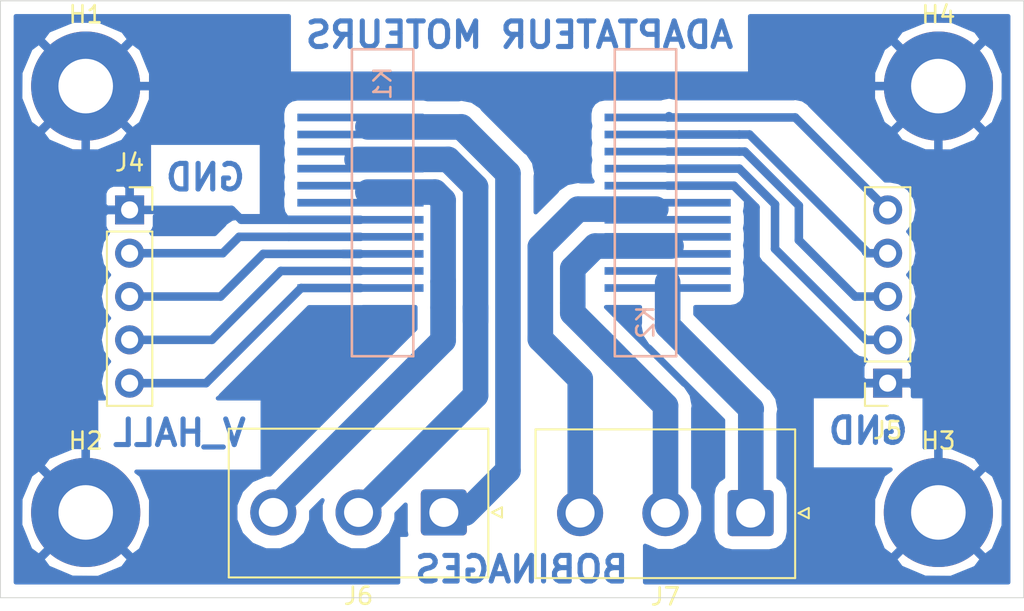
<source format=kicad_pcb>
(kicad_pcb (version 20171130) (host pcbnew 5.0.2+dfsg1-1)

  (general
    (thickness 1.6)
    (drawings 27)
    (tracks 91)
    (zones 0)
    (modules 10)
    (nets 16)
  )

  (page A4)
  (layers
    (0 F.Cu signal)
    (31 B.Cu signal)
    (32 B.Adhes user)
    (33 F.Adhes user)
    (34 B.Paste user)
    (35 F.Paste user)
    (36 B.SilkS user)
    (37 F.SilkS user)
    (38 B.Mask user)
    (39 F.Mask user)
    (40 Dwgs.User user hide)
    (41 Cmts.User user)
    (42 Eco1.User user)
    (43 Eco2.User user)
    (44 Edge.Cuts user)
    (45 Margin user)
    (46 B.CrtYd user)
    (47 F.CrtYd user)
    (48 B.Fab user hide)
    (49 F.Fab user hide)
  )

  (setup
    (last_trace_width 0.25)
    (user_trace_width 0.5)
    (user_trace_width 1.5)
    (trace_clearance 0.4)
    (zone_clearance 0.75)
    (zone_45_only no)
    (trace_min 0.2)
    (segment_width 0.2)
    (edge_width 0.05)
    (via_size 0.8)
    (via_drill 0.4)
    (via_min_size 0.4)
    (via_min_drill 0.3)
    (uvia_size 0.3)
    (uvia_drill 0.1)
    (uvias_allowed no)
    (uvia_min_size 0.2)
    (uvia_min_drill 0.1)
    (pcb_text_width 0.3)
    (pcb_text_size 1.5 1.5)
    (mod_edge_width 0.12)
    (mod_text_size 1 1)
    (mod_text_width 0.15)
    (pad_size 1.524 1.524)
    (pad_drill 0.762)
    (pad_to_mask_clearance 0.051)
    (solder_mask_min_width 0.25)
    (aux_axis_origin 0 0)
    (visible_elements FFFFEF7F)
    (pcbplotparams
      (layerselection 0x010fc_ffffffff)
      (usegerberextensions false)
      (usegerberattributes false)
      (usegerberadvancedattributes false)
      (creategerberjobfile false)
      (excludeedgelayer true)
      (linewidth 0.100000)
      (plotframeref false)
      (viasonmask false)
      (mode 1)
      (useauxorigin false)
      (hpglpennumber 1)
      (hpglpenspeed 20)
      (hpglpendiameter 15.000000)
      (psnegative false)
      (psa4output false)
      (plotreference true)
      (plotvalue true)
      (plotinvisibletext false)
      (padsonsilk false)
      (subtractmaskfromsilk false)
      (outputformat 1)
      (mirror false)
      (drillshape 1)
      (scaleselection 1)
      (outputdirectory ""))
  )

  (net 0 "")
  (net 1 "Net-(J5-Pad3)")
  (net 2 "Net-(J5-Pad2)")
  (net 3 GND)
  (net 4 "Net-(J4-Pad5)")
  (net 5 "Net-(J4-Pad4)")
  (net 6 "Net-(J4-Pad3)")
  (net 7 "Net-(J4-Pad2)")
  (net 8 "Net-(J5-Pad4)")
  (net 9 "Net-(J5-Pad5)")
  (net 10 "Net-(J6-Pad1)")
  (net 11 "Net-(J6-Pad2)")
  (net 12 "Net-(J6-Pad3)")
  (net 13 "Net-(J7-Pad3)")
  (net 14 "Net-(J7-Pad2)")
  (net 15 "Net-(J7-Pad1)")

  (net_class Default "This is the default net class."
    (clearance 0.4)
    (trace_width 0.25)
    (via_dia 0.8)
    (via_drill 0.4)
    (uvia_dia 0.3)
    (uvia_drill 0.1)
    (add_net GND)
    (add_net "Net-(J4-Pad2)")
    (add_net "Net-(J4-Pad3)")
    (add_net "Net-(J4-Pad4)")
    (add_net "Net-(J4-Pad5)")
    (add_net "Net-(J5-Pad2)")
    (add_net "Net-(J5-Pad3)")
    (add_net "Net-(J5-Pad4)")
    (add_net "Net-(J5-Pad5)")
    (add_net "Net-(J6-Pad1)")
    (add_net "Net-(J6-Pad2)")
    (add_net "Net-(J6-Pad3)")
    (add_net "Net-(J7-Pad1)")
    (add_net "Net-(J7-Pad2)")
    (add_net "Net-(J7-Pad3)")
  )

  (module Molex_FFC-FPC:Molex-52610-1133 (layer B.Cu) (tedit 5CD00A63) (tstamp 5CD07025)
    (at 123.825 111.34 90)
    (path /5CD0CD02)
    (fp_text reference K2 (at -7 -1.5 270) (layer B.SilkS)
      (effects (font (size 1 1) (thickness 0.15)) (justify mirror))
    )
    (fp_text value Maxon-200142 (at 0 -5 270) (layer B.Fab)
      (effects (font (size 1 1) (thickness 0.15)) (justify mirror))
    )
    (fp_line (start 9 -3.3) (end 9 0.3) (layer B.SilkS) (width 0.15))
    (fp_line (start 9 0.3) (end -9 0.3) (layer B.SilkS) (width 0.15))
    (fp_line (start -9 0.3) (end -9 -3.3) (layer B.SilkS) (width 0.15))
    (fp_line (start -9 -3.3) (end 9 -3.3) (layer B.SilkS) (width 0.15))
    (pad 2 smd rect (at -4 -0.2 270) (size 0.45 7.4) (layers B.Cu B.Paste B.Mask)
      (net 15 "Net-(J7-Pad1)"))
    (pad 4 smd rect (at -2 -0.2 270) (size 0.45 7.4) (layers B.Cu B.Paste B.Mask)
      (net 14 "Net-(J7-Pad2)"))
    (pad 6 smd rect (at 0 -0.2 270) (size 0.45 7.4) (layers B.Cu B.Paste B.Mask)
      (net 13 "Net-(J7-Pad3)"))
    (pad 8 smd rect (at 2 -0.2 270) (size 0.45 7.4) (layers B.Cu B.Paste B.Mask)
      (net 2 "Net-(J5-Pad2)"))
    (pad 10 smd rect (at 4 -0.2 270) (size 0.45 7.4) (layers B.Cu B.Paste B.Mask)
      (net 8 "Net-(J5-Pad4)"))
    (pad 11 smd rect (at 5 -0.2 270) (size 0.45 7.4) (layers B.Cu B.Paste B.Mask)
      (net 9 "Net-(J5-Pad5)"))
    (pad 9 smd rect (at 3 -0.2 270) (size 0.45 7.4) (layers B.Cu B.Paste B.Mask)
      (net 1 "Net-(J5-Pad3)"))
    (pad 7 smd rect (at 1 -0.2 270) (size 0.45 7.4) (layers B.Cu B.Paste B.Mask)
      (net 3 GND))
    (pad 5 smd rect (at -1 -0.2 270) (size 0.45 7.4) (layers B.Cu B.Paste B.Mask)
      (net 13 "Net-(J7-Pad3)"))
    (pad 3 smd rect (at -3 -0.2 270) (size 0.45 7.4) (layers B.Cu B.Paste B.Mask)
      (net 14 "Net-(J7-Pad2)"))
    (pad 1 smd rect (at -5 -0.2 270) (size 0.45 7.4) (layers B.Cu B.Paste B.Mask)
      (net 15 "Net-(J7-Pad1)"))
    (model "${KISYS3DMOD}/Molex 52610-1133/526101133.stp"
      (offset (xyz 5 -5 0))
      (scale (xyz 1 1 1))
      (rotate (xyz -90 0 180))
    )
    (model ${KIPRJMOD}/lib/3dpackages/Molex-52207-0433.step
      (offset (xyz 0 -1.5 0))
      (scale (xyz 1 1 1))
      (rotate (xyz -90 0 180))
    )
  )

  (module Molex_FFC-FPC:Molex-52610-1133 (layer B.Cu) (tedit 5CD00A63) (tstamp 5CD0716F)
    (at 105.41 111.34 270)
    (path /5CD10FED)
    (fp_text reference K1 (at -7 -1.5 270) (layer B.SilkS)
      (effects (font (size 1 1) (thickness 0.15)) (justify mirror))
    )
    (fp_text value Maxon-200142 (at 0 -5 270) (layer B.Fab)
      (effects (font (size 1 1) (thickness 0.15)) (justify mirror))
    )
    (fp_line (start 9 -3.3) (end 9 0.3) (layer B.SilkS) (width 0.15))
    (fp_line (start 9 0.3) (end -9 0.3) (layer B.SilkS) (width 0.15))
    (fp_line (start -9 0.3) (end -9 -3.3) (layer B.SilkS) (width 0.15))
    (fp_line (start -9 -3.3) (end 9 -3.3) (layer B.SilkS) (width 0.15))
    (pad 2 smd rect (at -4 -0.2 90) (size 0.45 7.4) (layers B.Cu B.Paste B.Mask)
      (net 10 "Net-(J6-Pad1)"))
    (pad 4 smd rect (at -2 -0.2 90) (size 0.45 7.4) (layers B.Cu B.Paste B.Mask)
      (net 11 "Net-(J6-Pad2)"))
    (pad 6 smd rect (at 0 -0.2 90) (size 0.45 7.4) (layers B.Cu B.Paste B.Mask)
      (net 12 "Net-(J6-Pad3)"))
    (pad 8 smd rect (at 2 -0.2 90) (size 0.45 7.4) (layers B.Cu B.Paste B.Mask)
      (net 7 "Net-(J4-Pad2)"))
    (pad 10 smd rect (at 4 -0.2 90) (size 0.45 7.4) (layers B.Cu B.Paste B.Mask)
      (net 5 "Net-(J4-Pad4)"))
    (pad 11 smd rect (at 5 -0.2 90) (size 0.45 7.4) (layers B.Cu B.Paste B.Mask)
      (net 4 "Net-(J4-Pad5)"))
    (pad 9 smd rect (at 3 -0.2 90) (size 0.45 7.4) (layers B.Cu B.Paste B.Mask)
      (net 6 "Net-(J4-Pad3)"))
    (pad 7 smd rect (at 1 -0.2 90) (size 0.45 7.4) (layers B.Cu B.Paste B.Mask)
      (net 3 GND))
    (pad 5 smd rect (at -1 -0.2 90) (size 0.45 7.4) (layers B.Cu B.Paste B.Mask)
      (net 12 "Net-(J6-Pad3)"))
    (pad 3 smd rect (at -3 -0.2 90) (size 0.45 7.4) (layers B.Cu B.Paste B.Mask)
      (net 11 "Net-(J6-Pad2)"))
    (pad 1 smd rect (at -5 -0.2 90) (size 0.45 7.4) (layers B.Cu B.Paste B.Mask)
      (net 10 "Net-(J6-Pad1)"))
    (model "${KISYS3DMOD}/Molex 52610-1133/526101133.stp"
      (offset (xyz 5 -5 0))
      (scale (xyz 1 1 1))
      (rotate (xyz -90 0 180))
    )
    (model ${KIPRJMOD}/lib/3dpackages/Molex-52207-0433.step
      (offset (xyz 0 -1.5 0))
      (scale (xyz 1 1 1))
      (rotate (xyz -90 0 180))
    )
  )

  (module MountingHole:MountingHole_3.2mm_M3_Pad (layer F.Cu) (tedit 56D1B4CB) (tstamp 5DA28802)
    (at 89.5 104.5)
    (descr "Mounting Hole 3.2mm, M3")
    (tags "mounting hole 3.2mm m3")
    (path /5D960370)
    (attr virtual)
    (fp_text reference H1 (at 0 -4.2) (layer F.SilkS)
      (effects (font (size 1 1) (thickness 0.15)))
    )
    (fp_text value MountingHole_Pad (at 0 4.2) (layer F.Fab)
      (effects (font (size 1 1) (thickness 0.15)))
    )
    (fp_circle (center 0 0) (end 3.45 0) (layer F.CrtYd) (width 0.05))
    (fp_circle (center 0 0) (end 3.2 0) (layer Cmts.User) (width 0.15))
    (fp_text user %R (at 0.3 0) (layer F.Fab)
      (effects (font (size 1 1) (thickness 0.15)))
    )
    (pad 1 thru_hole circle (at 0 0) (size 6.4 6.4) (drill 3.2) (layers *.Cu *.Mask)
      (net 3 GND))
  )

  (module MountingHole:MountingHole_3.2mm_M3_Pad (layer F.Cu) (tedit 56D1B4CB) (tstamp 5DA28817)
    (at 89.5 129.5)
    (descr "Mounting Hole 3.2mm, M3")
    (tags "mounting hole 3.2mm m3")
    (path /5D960320)
    (attr virtual)
    (fp_text reference H2 (at 0 -4.2) (layer F.SilkS)
      (effects (font (size 1 1) (thickness 0.15)))
    )
    (fp_text value MountingHole_Pad (at 0 4.2) (layer F.Fab)
      (effects (font (size 1 1) (thickness 0.15)))
    )
    (fp_text user %R (at 0.3 0) (layer F.Fab)
      (effects (font (size 1 1) (thickness 0.15)))
    )
    (fp_circle (center 0 0) (end 3.2 0) (layer Cmts.User) (width 0.15))
    (fp_circle (center 0 0) (end 3.45 0) (layer F.CrtYd) (width 0.05))
    (pad 1 thru_hole circle (at 0 0) (size 6.4 6.4) (drill 3.2) (layers *.Cu *.Mask)
      (net 3 GND))
  )

  (module MountingHole:MountingHole_3.2mm_M3_Pad (layer F.Cu) (tedit 56D1B4CB) (tstamp 5DA2882C)
    (at 139.5 129.5)
    (descr "Mounting Hole 3.2mm, M3")
    (tags "mounting hole 3.2mm m3")
    (path /5D96024A)
    (attr virtual)
    (fp_text reference H3 (at 0 -4.2) (layer F.SilkS)
      (effects (font (size 1 1) (thickness 0.15)))
    )
    (fp_text value MountingHole_Pad (at 0 4.2) (layer F.Fab)
      (effects (font (size 1 1) (thickness 0.15)))
    )
    (fp_circle (center 0 0) (end 3.45 0) (layer F.CrtYd) (width 0.05))
    (fp_circle (center 0 0) (end 3.2 0) (layer Cmts.User) (width 0.15))
    (fp_text user %R (at 0.3 0) (layer F.Fab)
      (effects (font (size 1 1) (thickness 0.15)))
    )
    (pad 1 thru_hole circle (at 0 0) (size 6.4 6.4) (drill 3.2) (layers *.Cu *.Mask)
      (net 3 GND))
  )

  (module MountingHole:MountingHole_3.2mm_M3_Pad (layer F.Cu) (tedit 56D1B4CB) (tstamp 5DA28841)
    (at 139.5 104.5)
    (descr "Mounting Hole 3.2mm, M3")
    (tags "mounting hole 3.2mm m3")
    (path /5D960175)
    (attr virtual)
    (fp_text reference H4 (at 0 -4.2) (layer F.SilkS)
      (effects (font (size 1 1) (thickness 0.15)))
    )
    (fp_text value MountingHole_Pad (at 0 4.2) (layer F.Fab)
      (effects (font (size 1 1) (thickness 0.15)))
    )
    (fp_text user %R (at 0.3 0) (layer F.Fab)
      (effects (font (size 1 1) (thickness 0.15)))
    )
    (fp_circle (center 0 0) (end 3.2 0) (layer Cmts.User) (width 0.15))
    (fp_circle (center 0 0) (end 3.45 0) (layer F.CrtYd) (width 0.05))
    (pad 1 thru_hole circle (at 0 0) (size 6.4 6.4) (drill 3.2) (layers *.Cu *.Mask)
      (net 3 GND))
  )

  (module Connector_PinSocket_2.54mm:PinSocket_1x05_P2.54mm_Vertical (layer F.Cu) (tedit 5A19A420) (tstamp 5DC12E60)
    (at 92.075 111.76)
    (descr "Through hole straight socket strip, 1x05, 2.54mm pitch, single row (from Kicad 4.0.7), script generated")
    (tags "Through hole socket strip THT 1x05 2.54mm single row")
    (path /5CD0D843)
    (fp_text reference J4 (at 0 -2.77) (layer F.SilkS)
      (effects (font (size 1 1) (thickness 0.15)))
    )
    (fp_text value Hall_Sensor (at 0 12.93) (layer F.Fab)
      (effects (font (size 1 1) (thickness 0.15)))
    )
    (fp_text user %R (at 0 5.08 90) (layer F.Fab)
      (effects (font (size 1 1) (thickness 0.15)))
    )
    (fp_line (start -1.8 11.9) (end -1.8 -1.8) (layer F.CrtYd) (width 0.05))
    (fp_line (start 1.75 11.9) (end -1.8 11.9) (layer F.CrtYd) (width 0.05))
    (fp_line (start 1.75 -1.8) (end 1.75 11.9) (layer F.CrtYd) (width 0.05))
    (fp_line (start -1.8 -1.8) (end 1.75 -1.8) (layer F.CrtYd) (width 0.05))
    (fp_line (start 0 -1.33) (end 1.33 -1.33) (layer F.SilkS) (width 0.12))
    (fp_line (start 1.33 -1.33) (end 1.33 0) (layer F.SilkS) (width 0.12))
    (fp_line (start 1.33 1.27) (end 1.33 11.49) (layer F.SilkS) (width 0.12))
    (fp_line (start -1.33 11.49) (end 1.33 11.49) (layer F.SilkS) (width 0.12))
    (fp_line (start -1.33 1.27) (end -1.33 11.49) (layer F.SilkS) (width 0.12))
    (fp_line (start -1.33 1.27) (end 1.33 1.27) (layer F.SilkS) (width 0.12))
    (fp_line (start -1.27 11.43) (end -1.27 -1.27) (layer F.Fab) (width 0.1))
    (fp_line (start 1.27 11.43) (end -1.27 11.43) (layer F.Fab) (width 0.1))
    (fp_line (start 1.27 -0.635) (end 1.27 11.43) (layer F.Fab) (width 0.1))
    (fp_line (start 0.635 -1.27) (end 1.27 -0.635) (layer F.Fab) (width 0.1))
    (fp_line (start -1.27 -1.27) (end 0.635 -1.27) (layer F.Fab) (width 0.1))
    (pad 5 thru_hole oval (at 0 10.16) (size 1.7 1.7) (drill 1) (layers *.Cu *.Mask)
      (net 4 "Net-(J4-Pad5)"))
    (pad 4 thru_hole oval (at 0 7.62) (size 1.7 1.7) (drill 1) (layers *.Cu *.Mask)
      (net 5 "Net-(J4-Pad4)"))
    (pad 3 thru_hole oval (at 0 5.08) (size 1.7 1.7) (drill 1) (layers *.Cu *.Mask)
      (net 6 "Net-(J4-Pad3)"))
    (pad 2 thru_hole oval (at 0 2.54) (size 1.7 1.7) (drill 1) (layers *.Cu *.Mask)
      (net 7 "Net-(J4-Pad2)"))
    (pad 1 thru_hole rect (at 0 0) (size 1.7 1.7) (drill 1) (layers *.Cu *.Mask)
      (net 3 GND))
    (model ${KISYS3DMOD}/Connector_PinSocket_2.54mm.3dshapes/PinSocket_1x05_P2.54mm_Vertical.wrl
      (at (xyz 0 0 0))
      (scale (xyz 1 1 1))
      (rotate (xyz 0 0 0))
    )
  )

  (module Connector_PinSocket_2.54mm:PinSocket_1x05_P2.54mm_Vertical (layer F.Cu) (tedit 5A19A420) (tstamp 5DC12E61)
    (at 136.525 121.92 180)
    (descr "Through hole straight socket strip, 1x05, 2.54mm pitch, single row (from Kicad 4.0.7), script generated")
    (tags "Through hole socket strip THT 1x05 2.54mm single row")
    (path /5CD14839)
    (fp_text reference J5 (at 0 -2.77 180) (layer F.SilkS)
      (effects (font (size 1 1) (thickness 0.15)))
    )
    (fp_text value Hall_Sensor (at 0 12.93 180) (layer F.Fab)
      (effects (font (size 1 1) (thickness 0.15)))
    )
    (fp_line (start -1.27 -1.27) (end 0.635 -1.27) (layer F.Fab) (width 0.1))
    (fp_line (start 0.635 -1.27) (end 1.27 -0.635) (layer F.Fab) (width 0.1))
    (fp_line (start 1.27 -0.635) (end 1.27 11.43) (layer F.Fab) (width 0.1))
    (fp_line (start 1.27 11.43) (end -1.27 11.43) (layer F.Fab) (width 0.1))
    (fp_line (start -1.27 11.43) (end -1.27 -1.27) (layer F.Fab) (width 0.1))
    (fp_line (start -1.33 1.27) (end 1.33 1.27) (layer F.SilkS) (width 0.12))
    (fp_line (start -1.33 1.27) (end -1.33 11.49) (layer F.SilkS) (width 0.12))
    (fp_line (start -1.33 11.49) (end 1.33 11.49) (layer F.SilkS) (width 0.12))
    (fp_line (start 1.33 1.27) (end 1.33 11.49) (layer F.SilkS) (width 0.12))
    (fp_line (start 1.33 -1.33) (end 1.33 0) (layer F.SilkS) (width 0.12))
    (fp_line (start 0 -1.33) (end 1.33 -1.33) (layer F.SilkS) (width 0.12))
    (fp_line (start -1.8 -1.8) (end 1.75 -1.8) (layer F.CrtYd) (width 0.05))
    (fp_line (start 1.75 -1.8) (end 1.75 11.9) (layer F.CrtYd) (width 0.05))
    (fp_line (start 1.75 11.9) (end -1.8 11.9) (layer F.CrtYd) (width 0.05))
    (fp_line (start -1.8 11.9) (end -1.8 -1.8) (layer F.CrtYd) (width 0.05))
    (fp_text user %R (at 0 5.08 270) (layer F.Fab)
      (effects (font (size 1 1) (thickness 0.15)))
    )
    (pad 1 thru_hole rect (at 0 0 180) (size 1.7 1.7) (drill 1) (layers *.Cu *.Mask)
      (net 3 GND))
    (pad 2 thru_hole oval (at 0 2.54 180) (size 1.7 1.7) (drill 1) (layers *.Cu *.Mask)
      (net 2 "Net-(J5-Pad2)"))
    (pad 3 thru_hole oval (at 0 5.08 180) (size 1.7 1.7) (drill 1) (layers *.Cu *.Mask)
      (net 1 "Net-(J5-Pad3)"))
    (pad 4 thru_hole oval (at 0 7.62 180) (size 1.7 1.7) (drill 1) (layers *.Cu *.Mask)
      (net 8 "Net-(J5-Pad4)"))
    (pad 5 thru_hole oval (at 0 10.16 180) (size 1.7 1.7) (drill 1) (layers *.Cu *.Mask)
      (net 9 "Net-(J5-Pad5)"))
    (model ${KISYS3DMOD}/Connector_PinSocket_2.54mm.3dshapes/PinSocket_1x05_P2.54mm_Vertical.wrl
      (at (xyz 0 0 0))
      (scale (xyz 1 1 1))
      (rotate (xyz 0 0 0))
    )
  )

  (module Connector_JST:JST_NV_B03P-NV_1x03_P5.00mm_Vertical (layer F.Cu) (tedit 5B774480) (tstamp 5DAE10DF)
    (at 110.5 129.5 180)
    (descr "JST NV series connector, B03P-NV (http://www.jst-mfg.com/product/pdf/eng/eNV.pdf), generated with kicad-footprint-generator")
    (tags "connector JST NV side entry")
    (path /5DA18DF3)
    (fp_text reference J6 (at 5 -4.9 180) (layer F.SilkS)
      (effects (font (size 1 1) (thickness 0.15)))
    )
    (fp_text value Conn_01x03_Female (at 5 6 180) (layer F.Fab)
      (effects (font (size 1 1) (thickness 0.15)))
    )
    (fp_line (start -2.5 -3.7) (end -2.5 4.8) (layer F.Fab) (width 0.1))
    (fp_line (start -2.5 4.8) (end 12.5 4.8) (layer F.Fab) (width 0.1))
    (fp_line (start 12.5 4.8) (end 12.5 -3.7) (layer F.Fab) (width 0.1))
    (fp_line (start 12.5 -3.7) (end -2.5 -3.7) (layer F.Fab) (width 0.1))
    (fp_line (start -2.5 -2) (end 12.5 -2) (layer F.Fab) (width 0.1))
    (fp_line (start -2.5 -1) (end -1.5 0) (layer F.Fab) (width 0.1))
    (fp_line (start -2.5 1) (end -1.5 0) (layer F.Fab) (width 0.1))
    (fp_line (start -3 -4.2) (end -3 5.3) (layer F.CrtYd) (width 0.05))
    (fp_line (start -3 5.3) (end 13 5.3) (layer F.CrtYd) (width 0.05))
    (fp_line (start 13 5.3) (end 13 -4.2) (layer F.CrtYd) (width 0.05))
    (fp_line (start 13 -4.2) (end -3 -4.2) (layer F.CrtYd) (width 0.05))
    (fp_line (start -2.61 -3.81) (end -2.61 4.91) (layer F.SilkS) (width 0.12))
    (fp_line (start -2.61 4.91) (end 12.61 4.91) (layer F.SilkS) (width 0.12))
    (fp_line (start 12.61 4.91) (end 12.61 -3.81) (layer F.SilkS) (width 0.12))
    (fp_line (start 12.61 -3.81) (end -2.61 -3.81) (layer F.SilkS) (width 0.12))
    (fp_line (start -2.81 0) (end -3.41 0.3) (layer F.SilkS) (width 0.12))
    (fp_line (start -3.41 0.3) (end -3.41 -0.3) (layer F.SilkS) (width 0.12))
    (fp_line (start -3.41 -0.3) (end -2.81 0) (layer F.SilkS) (width 0.12))
    (fp_text user %R (at 5 4.1 180) (layer F.Fab)
      (effects (font (size 1 1) (thickness 0.15)))
    )
    (pad 1 thru_hole roundrect (at 0 0 180) (size 2.7 2.7) (drill 1.7) (layers *.Cu *.Mask) (roundrect_rratio 0.09259299999999999)
      (net 10 "Net-(J6-Pad1)"))
    (pad 2 thru_hole circle (at 5 0 180) (size 2.7 2.7) (drill 1.7) (layers *.Cu *.Mask)
      (net 11 "Net-(J6-Pad2)"))
    (pad 3 thru_hole circle (at 10 0 180) (size 2.7 2.7) (drill 1.7) (layers *.Cu *.Mask)
      (net 12 "Net-(J6-Pad3)"))
    (model ${KISYS3DMOD}/Connector_JST.3dshapes/JST_NV_B03P-NV_1x03_P5.00mm_Vertical.wrl
      (at (xyz 0 0 0))
      (scale (xyz 1 1 1))
      (rotate (xyz 0 0 0))
    )
  )

  (module Connector_JST:JST_NV_B03P-NV_1x03_P5.00mm_Vertical (layer F.Cu) (tedit 5B774480) (tstamp 5DAE10F9)
    (at 128.491 129.54 180)
    (descr "JST NV series connector, B03P-NV (http://www.jst-mfg.com/product/pdf/eng/eNV.pdf), generated with kicad-footprint-generator")
    (tags "connector JST NV side entry")
    (path /5DA18EAB)
    (fp_text reference J7 (at 5 -4.9 180) (layer F.SilkS)
      (effects (font (size 1 1) (thickness 0.15)))
    )
    (fp_text value Conn_01x03_Female (at 5 6 180) (layer F.Fab)
      (effects (font (size 1 1) (thickness 0.15)))
    )
    (fp_text user %R (at 5 4.1 180) (layer F.Fab)
      (effects (font (size 1 1) (thickness 0.15)))
    )
    (fp_line (start -3.41 -0.3) (end -2.81 0) (layer F.SilkS) (width 0.12))
    (fp_line (start -3.41 0.3) (end -3.41 -0.3) (layer F.SilkS) (width 0.12))
    (fp_line (start -2.81 0) (end -3.41 0.3) (layer F.SilkS) (width 0.12))
    (fp_line (start 12.61 -3.81) (end -2.61 -3.81) (layer F.SilkS) (width 0.12))
    (fp_line (start 12.61 4.91) (end 12.61 -3.81) (layer F.SilkS) (width 0.12))
    (fp_line (start -2.61 4.91) (end 12.61 4.91) (layer F.SilkS) (width 0.12))
    (fp_line (start -2.61 -3.81) (end -2.61 4.91) (layer F.SilkS) (width 0.12))
    (fp_line (start 13 -4.2) (end -3 -4.2) (layer F.CrtYd) (width 0.05))
    (fp_line (start 13 5.3) (end 13 -4.2) (layer F.CrtYd) (width 0.05))
    (fp_line (start -3 5.3) (end 13 5.3) (layer F.CrtYd) (width 0.05))
    (fp_line (start -3 -4.2) (end -3 5.3) (layer F.CrtYd) (width 0.05))
    (fp_line (start -2.5 1) (end -1.5 0) (layer F.Fab) (width 0.1))
    (fp_line (start -2.5 -1) (end -1.5 0) (layer F.Fab) (width 0.1))
    (fp_line (start -2.5 -2) (end 12.5 -2) (layer F.Fab) (width 0.1))
    (fp_line (start 12.5 -3.7) (end -2.5 -3.7) (layer F.Fab) (width 0.1))
    (fp_line (start 12.5 4.8) (end 12.5 -3.7) (layer F.Fab) (width 0.1))
    (fp_line (start -2.5 4.8) (end 12.5 4.8) (layer F.Fab) (width 0.1))
    (fp_line (start -2.5 -3.7) (end -2.5 4.8) (layer F.Fab) (width 0.1))
    (pad 3 thru_hole circle (at 10 0 180) (size 2.7 2.7) (drill 1.7) (layers *.Cu *.Mask)
      (net 13 "Net-(J7-Pad3)"))
    (pad 2 thru_hole circle (at 5 0 180) (size 2.7 2.7) (drill 1.7) (layers *.Cu *.Mask)
      (net 14 "Net-(J7-Pad2)"))
    (pad 1 thru_hole roundrect (at 0 0 180) (size 2.7 2.7) (drill 1.7) (layers *.Cu *.Mask) (roundrect_rratio 0.09259299999999999)
      (net 15 "Net-(J7-Pad1)"))
    (model ${KISYS3DMOD}/Connector_JST.3dshapes/JST_NV_B03P-NV_1x03_P5.00mm_Vertical.wrl
      (at (xyz 0 0 0))
      (scale (xyz 1 1 1))
      (rotate (xyz 0 0 0))
    )
  )

  (gr_text V_HALL (at 94.996 124.841) (layer B.Cu) (tstamp 5DA29623)
    (effects (font (size 1.5 1.5) (thickness 0.3)) (justify mirror))
  )
  (gr_text "ADAPTATEUR MOTEURS" (at 114.935 101.5) (layer B.Cu)
    (effects (font (size 1.5 1.5) (thickness 0.3)) (justify mirror))
  )
  (gr_text "BOBINAGES\n" (at 115.062 132.842) (layer B.Cu)
    (effects (font (size 1.5 1.5) (thickness 0.3)) (justify mirror))
  )
  (gr_line (start 84.5 117) (end 144.5 117) (layer Dwgs.User) (width 0.2))
  (gr_line (start 125 117) (end 84.5 117) (layer Dwgs.User) (width 0.2))
  (gr_line (start 119.5 134.5) (end 119.5 99.5) (layer Dwgs.User) (width 0.2))
  (gr_line (start 109.5 99.5) (end 109.5 134.5) (layer Dwgs.User) (width 0.2))
  (gr_line (start 114.5 99.5) (end 114.5 134.5) (layer Dwgs.User) (width 0.2))
  (gr_line (start 144.5 99.5) (end 144.5 134.5) (layer Edge.Cuts) (width 0.05))
  (gr_line (start 84.5 134.5) (end 144.5 134.5) (layer Edge.Cuts) (width 0.05))
  (gr_line (start 84.5 99.5) (end 84.5 134.5) (layer Edge.Cuts) (width 0.05))
  (gr_line (start 144.5 99.5) (end 84.5 99.5) (layer Edge.Cuts) (width 0.05))
  (gr_line (start 89.5 129.5) (end 89.5 134.5) (layer Dwgs.User) (width 0.05))
  (gr_line (start 89.5 129.5) (end 84.5 129.5) (layer Dwgs.User) (width 0.05))
  (gr_line (start 89.5 104.5) (end 84.5 104.5) (layer Dwgs.User) (width 0.05))
  (gr_line (start 89.5 104.5) (end 89.5 99.5) (layer Dwgs.User) (width 0.05))
  (gr_line (start 139.5 104.5) (end 139.5 99.5) (layer Dwgs.User) (width 0.05))
  (gr_line (start 139.5 104.5) (end 144.5 104.5) (layer Dwgs.User) (width 0.05))
  (gr_line (start 139.5 129.5) (end 139.5 127) (layer Dwgs.User) (width 0.2))
  (gr_line (start 89.5 129.5) (end 139.5 129.5) (layer Dwgs.User) (width 0.2))
  (gr_line (start 89.5 104.5) (end 89.5 129.5) (layer Dwgs.User) (width 0.2))
  (gr_line (start 139.5 104.5) (end 89.5 104.5) (layer Dwgs.User) (width 0.2))
  (gr_text GND (at 135.382 124.714) (layer B.Cu)
    (effects (font (size 1.5 1.5) (thickness 0.3)) (justify mirror))
  )
  (gr_text GND (at 96.52 109.855) (layer B.Cu)
    (effects (font (size 1.5 1.5) (thickness 0.3)) (justify mirror))
  )
  (gr_line (start 139.5 104.5) (end 139.5 127.5) (layer Dwgs.User) (width 0.2))
  (gr_line (start 139.5 104.5) (end 139.5 125.5) (layer Dwgs.User) (width 0.2))
  (gr_line (start 99.5 104.5) (end 139.5 104.5) (layer Dwgs.User) (width 0.2))

  (segment (start 136.525 116.84) (end 134.62 116.84) (width 0.5) (layer B.Cu) (net 1))
  (segment (start 134.62 116.84) (end 131.318 113.538) (width 0.5) (layer B.Cu) (net 1))
  (segment (start 128.152 108.34) (end 127.825 108.34) (width 0.5) (layer B.Cu) (net 1))
  (segment (start 127.825 108.34) (end 123.625 108.34) (width 0.5) (layer B.Cu) (net 1))
  (segment (start 131.318 111.506) (end 128.152 108.34) (width 0.5) (layer B.Cu) (net 1))
  (segment (start 131.318 113.538) (end 131.318 111.506) (width 0.5) (layer B.Cu) (net 1))
  (segment (start 135.255 119.38) (end 136.525 119.38) (width 0.5) (layer B.Cu) (net 2))
  (segment (start 127.825 109.34) (end 129.921 111.436) (width 0.5) (layer B.Cu) (net 2))
  (segment (start 123.625 109.34) (end 127.825 109.34) (width 0.5) (layer B.Cu) (net 2))
  (segment (start 129.921 114.046) (end 135.255 119.38) (width 0.5) (layer B.Cu) (net 2))
  (segment (start 129.921 111.436) (end 129.921 114.046) (width 0.5) (layer B.Cu) (net 2))
  (segment (start 134.974517 104.5) (end 89.5 104.5) (width 0.5) (layer B.Cu) (net 3))
  (segment (start 139.5 104.5) (end 134.974517 104.5) (width 0.5) (layer B.Cu) (net 3))
  (segment (start 89.5 104.5) (end 89.5 129.5) (width 0.5) (layer B.Cu) (net 3))
  (segment (start 92.075 111.76) (end 89.535 111.76) (width 0.5) (layer B.Cu) (net 3))
  (segment (start 136.525 121.92) (end 139.5 121.92) (width 0.5) (layer B.Cu) (net 3))
  (segment (start 101.41 112.34) (end 105.61 112.34) (width 0.5) (layer B.Cu) (net 3))
  (segment (start 98.624 112.34) (end 101.41 112.34) (width 0.5) (layer B.Cu) (net 3))
  (segment (start 92.075 111.76) (end 98.044 111.76) (width 0.5) (layer B.Cu) (net 3))
  (segment (start 98.044 111.76) (end 98.624 112.34) (width 0.5) (layer B.Cu) (net 3))
  (segment (start 128.778 111.61) (end 127.508 110.34) (width 0.5) (layer B.Cu) (net 3))
  (segment (start 128.778 116.205) (end 128.778 111.61) (width 0.5) (layer B.Cu) (net 3))
  (segment (start 134.493 121.92) (end 128.778 116.205) (width 0.5) (layer B.Cu) (net 3))
  (segment (start 136.525 121.92) (end 134.493 121.92) (width 0.5) (layer B.Cu) (net 3))
  (segment (start 127.508 110.34) (end 123.625 110.34) (width 0.5) (layer B.Cu) (net 3))
  (segment (start 139.5 120.295) (end 139.5 122.174) (width 0.5) (layer B.Cu) (net 3))
  (segment (start 139.5 104.5) (end 139.5 120.295) (width 0.5) (layer B.Cu) (net 3))
  (segment (start 139.5 121.92) (end 139.5 122.174) (width 0.5) (layer B.Cu) (net 3))
  (segment (start 139.5 122.174) (end 139.5 129.5) (width 0.5) (layer B.Cu) (net 3))
  (segment (start 92.155 121.84) (end 92.075 121.92) (width 0.5) (layer B.Cu) (net 4))
  (segment (start 102.135 116.34) (end 105.61 116.34) (width 0.5) (layer B.Cu) (net 4))
  (segment (start 96.555 121.92) (end 102.135 116.34) (width 0.5) (layer B.Cu) (net 4))
  (segment (start 92.075 121.92) (end 96.555 121.92) (width 0.5) (layer B.Cu) (net 4))
  (segment (start 100.941 115.34) (end 105.61 115.34) (width 0.5) (layer B.Cu) (net 5))
  (segment (start 92.075 119.38) (end 96.901 119.38) (width 0.5) (layer B.Cu) (net 5))
  (segment (start 96.901 119.38) (end 100.941 115.34) (width 0.5) (layer B.Cu) (net 5))
  (segment (start 105.61 114.34) (end 104.6 114.34) (width 0.5) (layer B.Cu) (net 6))
  (segment (start 99.909 114.34) (end 105.61 114.34) (width 0.5) (layer B.Cu) (net 6))
  (segment (start 92.075 116.84) (end 97.409 116.84) (width 0.5) (layer B.Cu) (net 6))
  (segment (start 97.409 116.84) (end 99.909 114.34) (width 0.5) (layer B.Cu) (net 6))
  (segment (start 101.41 113.34) (end 105.61 113.34) (width 0.5) (layer B.Cu) (net 7))
  (segment (start 98.496 113.34) (end 101.41 113.34) (width 0.5) (layer B.Cu) (net 7))
  (segment (start 92.075 114.3) (end 97.536 114.3) (width 0.5) (layer B.Cu) (net 7))
  (segment (start 97.536 114.3) (end 98.496 113.34) (width 0.5) (layer B.Cu) (net 7))
  (segment (start 135.322919 114.3) (end 135.255 114.232081) (width 0.5) (layer B.Cu) (net 8))
  (segment (start 136.525 114.3) (end 135.322919 114.3) (width 0.5) (layer B.Cu) (net 8))
  (segment (start 127.825 107.34) (end 123.625 107.34) (width 0.5) (layer B.Cu) (net 8))
  (segment (start 128.424806 107.34) (end 127.825 107.34) (width 0.5) (layer B.Cu) (net 8))
  (segment (start 135.255 114.170194) (end 128.424806 107.34) (width 0.5) (layer B.Cu) (net 8))
  (segment (start 135.255 114.232081) (end 135.255 114.170194) (width 0.5) (layer B.Cu) (net 8))
  (segment (start 123.705 106.26) (end 123.625 106.34) (width 0.5) (layer B.Cu) (net 9))
  (segment (start 131.105 106.34) (end 123.625 106.34) (width 0.5) (layer B.Cu) (net 9))
  (segment (start 136.525 111.76) (end 131.105 106.34) (width 0.5) (layer B.Cu) (net 9))
  (segment (start 114.260021 127.039979) (end 111.76 129.54) (width 1.5) (layer B.Cu) (net 10))
  (segment (start 114.260021 109.620981) (end 114.260021 127.039979) (width 1.5) (layer B.Cu) (net 10))
  (segment (start 106.045 106.895) (end 111.53404 106.895) (width 1.5) (layer B.Cu) (net 10))
  (segment (start 111.53404 106.895) (end 114.260021 109.620981) (width 1.5) (layer B.Cu) (net 10))
  (segment (start 112.360011 110.40799) (end 110.752021 108.8) (width 1.5) (layer B.Cu) (net 11))
  (segment (start 110.752021 108.8) (end 105.41 108.8) (width 1.5) (layer B.Cu) (net 11))
  (segment (start 105.5 129.5) (end 112.360011 122.639989) (width 1.5) (layer B.Cu) (net 11))
  (segment (start 112.360011 122.639989) (end 112.360011 117.475) (width 1.5) (layer B.Cu) (net 11))
  (segment (start 112.360011 118.27201) (end 112.360011 117.475) (width 1.5) (layer B.Cu) (net 11))
  (segment (start 112.360011 117.475) (end 112.360011 110.40799) (width 1.5) (layer B.Cu) (net 11))
  (segment (start 110.460001 111.194999) (end 109.980003 110.715001) (width 1.5) (layer B.Cu) (net 12))
  (segment (start 109.980003 110.715001) (end 106.045 110.715001) (width 1.5) (layer B.Cu) (net 12))
  (segment (start 110.460001 119.059019) (end 110.460001 115.951) (width 1.5) (layer B.Cu) (net 12))
  (segment (start 110.460001 117.485001) (end 110.460001 115.951) (width 1.5) (layer B.Cu) (net 12))
  (segment (start 110.460001 115.951) (end 110.460001 111.194999) (width 1.5) (layer B.Cu) (net 12))
  (segment (start 110.460001 119.409999) (end 109.22 120.65) (width 1.5) (layer B.Cu) (net 12))
  (segment (start 110.460001 117.485001) (end 110.460001 119.409999) (width 1.5) (layer B.Cu) (net 12))
  (segment (start 100.33 129.54) (end 109.22 120.65) (width 1.5) (layer B.Cu) (net 12))
  (segment (start 122.930001 111.715001) (end 118.369999 111.715001) (width 1.5) (layer B.Cu) (net 13))
  (segment (start 118.369999 111.715001) (end 116.160031 113.924969) (width 1.5) (layer B.Cu) (net 13))
  (segment (start 116.160031 119.253) (end 116.160031 119.335031) (width 1.5) (layer B.Cu) (net 13))
  (segment (start 116.160031 113.924969) (end 116.160031 119.253) (width 1.5) (layer B.Cu) (net 13))
  (segment (start 118.5 121.675) (end 118.5 130) (width 1.5) (layer B.Cu) (net 13))
  (segment (start 116.160031 119.335031) (end 118.5 121.675) (width 1.5) (layer B.Cu) (net 13))
  (segment (start 119.38 113.88) (end 123.825 113.88) (width 1.5) (layer B.Cu) (net 14))
  (segment (start 119.38 113.88) (end 118.060041 115.199959) (width 1.5) (layer B.Cu) (net 14))
  (segment (start 118.060041 117.221) (end 118.060041 117.806041) (width 1.5) (layer B.Cu) (net 14))
  (segment (start 118.060041 115.199959) (end 118.060041 117.221) (width 1.5) (layer B.Cu) (net 14))
  (segment (start 119.634 119.38) (end 120.563 120.309) (width 1.5) (layer B.Cu) (net 14))
  (segment (start 118.060041 117.806041) (end 119.634 119.38) (width 1.5) (layer B.Cu) (net 14))
  (segment (start 123.5 123.246) (end 123.5 130) (width 1.5) (layer B.Cu) (net 14))
  (segment (start 119.634 119.38) (end 123.5 123.246) (width 1.5) (layer B.Cu) (net 14))
  (segment (start 123.952 118.872) (end 128.524 123.444) (width 1.5) (layer B.Cu) (net 15))
  (segment (start 128.5 123.468) (end 128.5 130) (width 1.5) (layer B.Cu) (net 15))
  (segment (start 128.524 123.444) (end 128.5 123.468) (width 1.5) (layer B.Cu) (net 15))
  (segment (start 123.952 118.872) (end 123.698 118.618) (width 1.5) (layer B.Cu) (net 15))
  (segment (start 123.625 118.545) (end 123.625 116.005) (width 1.5) (layer B.Cu) (net 15))
  (segment (start 123.698 118.618) (end 123.625 118.545) (width 1.5) (layer B.Cu) (net 15))

  (zone (net 3) (net_name GND) (layer B.Cu) (tstamp 5D9F1B28) (hatch edge 0.508)
    (connect_pads (clearance 0.75))
    (min_thickness 0.254)
    (fill yes (arc_segments 16) (thermal_gap 0.508) (thermal_bridge_width 0.508))
    (polygon
      (pts
        (xy 144.5 99.5) (xy 144.5 134.5) (xy 84.5 134.5) (xy 84.5 99.5)
      )
    )
    (filled_polygon
      (pts
        (xy 101.408 103.772) (xy 128.462 103.772) (xy 128.462 101.75909) (xy 136.938695 101.75909) (xy 139.5 104.320395)
        (xy 142.061305 101.75909) (xy 141.69436 101.263657) (xy 140.288829 100.670264) (xy 138.763207 100.659913) (xy 137.349754 101.234181)
        (xy 137.30564 101.263657) (xy 136.938695 101.75909) (xy 128.462 101.75909) (xy 128.462 100.402) (xy 143.598 100.402)
        (xy 143.598001 133.598) (xy 122.303286 133.598) (xy 122.303286 132.24091) (xy 136.938695 132.24091) (xy 137.30564 132.736343)
        (xy 138.711171 133.329736) (xy 140.236793 133.340087) (xy 141.650246 132.765819) (xy 141.69436 132.736343) (xy 142.061305 132.24091)
        (xy 139.5 129.679605) (xy 136.938695 132.24091) (xy 122.303286 132.24091) (xy 122.303286 131.458521) (xy 123.048022 131.767)
        (xy 123.933978 131.767) (xy 124.752494 131.42796) (xy 125.37896 130.801494) (xy 125.718 129.982978) (xy 125.718 129.097022)
        (xy 125.37896 128.278506) (xy 125.127 128.026546) (xy 125.127 123.406242) (xy 125.158874 123.246) (xy 125.0326 122.611176)
        (xy 124.763771 122.208845) (xy 124.76377 122.208844) (xy 124.673001 122.072999) (xy 124.537157 121.982231) (xy 120.897772 118.342848)
        (xy 120.89777 118.342845) (xy 120.014106 117.459181) (xy 121.998 117.459181) (xy 121.998 118.384762) (xy 121.966127 118.545)
        (xy 121.998 118.705238) (xy 121.998 118.705241) (xy 122.0924 119.179823) (xy 122.451999 119.718001) (xy 122.587847 119.808772)
        (xy 122.660846 119.881771) (xy 122.660849 119.881773) (xy 122.68823 119.909154) (xy 126.873 124.093925) (xy 126.873001 127.436464)
        (xy 126.581942 127.630942) (xy 126.333915 128.002142) (xy 126.246819 128.440001) (xy 126.246819 130.639999) (xy 126.333915 131.077858)
        (xy 126.581942 131.449058) (xy 126.953142 131.697085) (xy 127.391001 131.784181) (xy 129.590999 131.784181) (xy 130.028858 131.697085)
        (xy 130.400058 131.449058) (xy 130.648085 131.077858) (xy 130.735181 130.639999) (xy 130.735181 128.440001) (xy 130.648085 128.002142)
        (xy 130.400058 127.630942) (xy 130.127 127.448491) (xy 130.127 123.724896) (xy 130.182873 123.444001) (xy 130.175116 123.405)
        (xy 130.103905 123.047) (xy 130.0566 122.809177) (xy 129.971623 122.682) (xy 132.069286 122.682) (xy 132.069286 126.986)
        (xy 136.695221 126.986) (xy 136.263657 127.30564) (xy 135.670264 128.711171) (xy 135.659913 130.236793) (xy 136.234181 131.650246)
        (xy 136.263657 131.69436) (xy 136.75909 132.061305) (xy 139.320395 129.5) (xy 139.679605 129.5) (xy 142.24091 132.061305)
        (xy 142.736343 131.69436) (xy 143.329736 130.288829) (xy 143.340087 128.763207) (xy 142.765819 127.349754) (xy 142.736343 127.30564)
        (xy 142.24091 126.938695) (xy 139.679605 129.5) (xy 139.320395 129.5) (xy 139.306253 129.485858) (xy 139.485858 129.306253)
        (xy 139.5 129.320395) (xy 142.061305 126.75909) (xy 141.69436 126.263657) (xy 140.288829 125.670264) (xy 138.763207 125.659913)
        (xy 138.694715 125.68774) (xy 138.694715 122.682) (xy 138.01 122.682) (xy 138.01 122.20575) (xy 137.85125 122.047)
        (xy 136.652 122.047) (xy 136.652 122.067) (xy 136.398 122.067) (xy 136.398 122.047) (xy 135.19875 122.047)
        (xy 135.04 122.20575) (xy 135.04 122.682) (xy 132.069286 122.682) (xy 129.971623 122.682) (xy 129.9243 122.611177)
        (xy 129.78777 122.406845) (xy 129.787767 122.406842) (xy 129.697 122.271) (xy 129.561157 122.180233) (xy 125.252 117.871076)
        (xy 125.252 117.459181) (xy 127.325 117.459181) (xy 127.667188 117.391116) (xy 127.957281 117.197281) (xy 128.151116 116.907188)
        (xy 128.219181 116.565) (xy 128.219181 116.115) (xy 128.16448 115.84) (xy 128.219181 115.565) (xy 128.219181 115.115)
        (xy 128.16448 114.84) (xy 128.219181 114.565) (xy 128.219181 114.115) (xy 128.16448 113.84) (xy 128.219181 113.565)
        (xy 128.219181 113.115) (xy 128.16448 112.84) (xy 128.219181 112.565) (xy 128.219181 112.115) (xy 128.16448 111.84)
        (xy 128.219181 111.565) (xy 128.219181 111.327999) (xy 128.794 111.902818) (xy 128.794001 113.934997) (xy 128.771921 114.046)
        (xy 128.85939 114.485734) (xy 128.942374 114.609928) (xy 129.108479 114.858522) (xy 129.20258 114.921398) (xy 134.379602 120.098421)
        (xy 134.442478 120.192522) (xy 134.593157 120.293202) (xy 134.815265 120.44161) (xy 134.815266 120.44161) (xy 134.815267 120.441611)
        (xy 135.144001 120.507) (xy 135.209729 120.520074) (xy 135.256661 120.590313) (xy 135.136673 120.710301) (xy 135.04 120.94369)
        (xy 135.04 121.63425) (xy 135.19875 121.793) (xy 136.398 121.793) (xy 136.398 121.773) (xy 136.652 121.773)
        (xy 136.652 121.793) (xy 137.85125 121.793) (xy 138.01 121.63425) (xy 138.01 120.94369) (xy 137.913327 120.710301)
        (xy 137.793339 120.590313) (xy 138.151798 120.053842) (xy 138.285833 119.38) (xy 138.151798 118.706158) (xy 137.770097 118.134903)
        (xy 137.732827 118.11) (xy 137.770097 118.085097) (xy 138.151798 117.513842) (xy 138.285833 116.84) (xy 138.151798 116.166158)
        (xy 137.770097 115.594903) (xy 137.732827 115.57) (xy 137.770097 115.545097) (xy 138.151798 114.973842) (xy 138.285833 114.3)
        (xy 138.151798 113.626158) (xy 137.770097 113.054903) (xy 137.732827 113.03) (xy 137.770097 113.005097) (xy 138.151798 112.433842)
        (xy 138.285833 111.76) (xy 138.151798 111.086158) (xy 137.770097 110.514903) (xy 137.198842 110.133202) (xy 136.695091 110.033)
        (xy 136.391818 110.033) (xy 133.599728 107.24091) (xy 136.938695 107.24091) (xy 137.30564 107.736343) (xy 138.711171 108.329736)
        (xy 140.236793 108.340087) (xy 141.650246 107.765819) (xy 141.69436 107.736343) (xy 142.061305 107.24091) (xy 139.5 104.679605)
        (xy 136.938695 107.24091) (xy 133.599728 107.24091) (xy 131.9804 105.621582) (xy 131.917522 105.527478) (xy 131.544733 105.278389)
        (xy 131.335615 105.236793) (xy 135.659913 105.236793) (xy 136.234181 106.650246) (xy 136.263657 106.69436) (xy 136.75909 107.061305)
        (xy 139.320395 104.5) (xy 139.679605 104.5) (xy 142.24091 107.061305) (xy 142.736343 106.69436) (xy 143.329736 105.288829)
        (xy 143.340087 103.763207) (xy 142.765819 102.349754) (xy 142.736343 102.30564) (xy 142.24091 101.938695) (xy 139.679605 104.5)
        (xy 139.320395 104.5) (xy 136.75909 101.938695) (xy 136.263657 102.30564) (xy 135.670264 103.711171) (xy 135.659913 105.236793)
        (xy 131.335615 105.236793) (xy 131.215999 105.213) (xy 131.215998 105.213) (xy 131.105 105.190921) (xy 130.994002 105.213)
        (xy 124.166599 105.213) (xy 124.144734 105.19839) (xy 123.704999 105.110921) (xy 123.265266 105.19839) (xy 123.231699 105.220819)
        (xy 119.925 105.220819) (xy 119.582812 105.288884) (xy 119.292719 105.482719) (xy 119.098884 105.772812) (xy 119.030819 106.115)
        (xy 119.030819 106.565) (xy 119.08552 106.84) (xy 119.030819 107.115) (xy 119.030819 107.565) (xy 119.08552 107.84)
        (xy 119.030819 108.115) (xy 119.030819 108.565) (xy 119.08552 108.84) (xy 119.030819 109.115) (xy 119.030819 109.565)
        (xy 119.098884 109.907188) (xy 119.2197 110.088001) (xy 118.530241 110.088001) (xy 118.369999 110.056127) (xy 117.735175 110.182401)
        (xy 117.332844 110.45123) (xy 117.332843 110.451231) (xy 117.196998 110.542) (xy 117.106229 110.677845) (xy 115.887021 111.897054)
        (xy 115.887021 109.781217) (xy 115.918894 109.62098) (xy 115.887021 109.460743) (xy 115.887021 109.460739) (xy 115.792621 108.986157)
        (xy 115.433022 108.44798) (xy 115.297175 108.35721) (xy 112.797814 105.857849) (xy 112.707041 105.721999) (xy 112.168864 105.3624)
        (xy 111.694282 105.268) (xy 111.694278 105.268) (xy 111.53404 105.236127) (xy 111.373802 105.268) (xy 109.547196 105.268)
        (xy 109.31 105.220819) (xy 101.91 105.220819) (xy 101.567812 105.288884) (xy 101.277719 105.482719) (xy 101.083884 105.772812)
        (xy 101.015819 106.115) (xy 101.015819 106.565) (xy 101.07052 106.84) (xy 101.015819 107.115) (xy 101.015819 107.565)
        (xy 101.07052 107.84) (xy 101.015819 108.115) (xy 101.015819 108.565) (xy 101.07052 108.84) (xy 101.015819 109.115)
        (xy 101.015819 109.565) (xy 101.07052 109.84) (xy 101.015819 110.115) (xy 101.015819 110.565) (xy 101.07052 110.84)
        (xy 101.015819 111.115) (xy 101.015819 111.565) (xy 101.083884 111.907188) (xy 101.277719 112.197281) (xy 101.301241 112.212998)
        (xy 101.275 112.212998) (xy 101.275 112.213) (xy 98.606997 112.213) (xy 98.495999 112.190921) (xy 98.385001 112.213)
        (xy 98.056267 112.278389) (xy 98.056266 112.27839) (xy 98.056265 112.27839) (xy 98.04056 112.288884) (xy 97.683478 112.527478)
        (xy 97.620601 112.62158) (xy 97.069182 113.173) (xy 93.399007 113.173) (xy 93.343339 113.089687) (xy 93.463327 112.969699)
        (xy 93.56 112.73631) (xy 93.56 112.127) (xy 99.832715 112.127) (xy 99.832715 107.823) (xy 93.207286 107.823)
        (xy 93.207286 110.339608) (xy 93.051309 110.275) (xy 92.36075 110.275) (xy 92.202 110.43375) (xy 92.202 111.633)
        (xy 92.222 111.633) (xy 92.222 111.887) (xy 92.202 111.887) (xy 92.202 111.907) (xy 91.948 111.907)
        (xy 91.948 111.887) (xy 90.74875 111.887) (xy 90.59 112.04575) (xy 90.59 112.73631) (xy 90.686673 112.969699)
        (xy 90.806661 113.089687) (xy 90.448202 113.626158) (xy 90.314167 114.3) (xy 90.448202 114.973842) (xy 90.829903 115.545097)
        (xy 90.867173 115.57) (xy 90.829903 115.594903) (xy 90.448202 116.166158) (xy 90.314167 116.84) (xy 90.448202 117.513842)
        (xy 90.829903 118.085097) (xy 90.867173 118.11) (xy 90.829903 118.134903) (xy 90.448202 118.706158) (xy 90.314167 119.38)
        (xy 90.448202 120.053842) (xy 90.829903 120.625097) (xy 90.867173 120.65) (xy 90.829903 120.674903) (xy 90.448202 121.246158)
        (xy 90.314167 121.92) (xy 90.448202 122.593842) (xy 90.591966 122.809) (xy 90.111857 122.809) (xy 90.111857 125.669063)
        (xy 88.763207 125.659913) (xy 87.349754 126.234181) (xy 87.30564 126.263657) (xy 86.938695 126.75909) (xy 89.5 129.320395)
        (xy 89.514143 129.306253) (xy 89.693748 129.485858) (xy 89.679605 129.5) (xy 92.24091 132.061305) (xy 92.736343 131.69436)
        (xy 93.329736 130.288829) (xy 93.340087 128.763207) (xy 92.765819 127.349754) (xy 92.736343 127.30564) (xy 92.476249 127.113)
        (xy 99.880143 127.113) (xy 99.880143 122.809) (xy 97.253064 122.809) (xy 97.367522 122.732522) (xy 97.4304 122.638418)
        (xy 102.601818 117.467) (xy 105.720999 117.467) (xy 105.760308 117.459181) (xy 108.833001 117.459181) (xy 108.833001 118.736074)
        (xy 108.182851 119.386225) (xy 108.182845 119.386229) (xy 100.296076 127.273) (xy 100.057022 127.273) (xy 99.238506 127.61204)
        (xy 98.61204 128.238506) (xy 98.273 129.057022) (xy 98.273 129.942978) (xy 98.61204 130.761494) (xy 99.238506 131.38796)
        (xy 100.057022 131.727) (xy 100.942978 131.727) (xy 101.761494 131.38796) (xy 102.38796 130.761494) (xy 102.727 129.942978)
        (xy 102.727 129.443924) (xy 103.385499 128.785426) (xy 103.273 129.057022) (xy 103.273 129.942978) (xy 103.61204 130.761494)
        (xy 104.238506 131.38796) (xy 105.057022 131.727) (xy 105.942978 131.727) (xy 106.761494 131.38796) (xy 107.38796 130.761494)
        (xy 107.727 129.942978) (xy 107.727 129.573924) (xy 108.255819 129.045105) (xy 108.255819 130.599999) (xy 108.297591 130.81)
        (xy 107.820715 130.81) (xy 107.820715 133.598) (xy 85.402 133.598) (xy 85.402 132.24091) (xy 86.938695 132.24091)
        (xy 87.30564 132.736343) (xy 88.711171 133.329736) (xy 90.236793 133.340087) (xy 91.650246 132.765819) (xy 91.69436 132.736343)
        (xy 92.061305 132.24091) (xy 89.5 129.679605) (xy 86.938695 132.24091) (xy 85.402 132.24091) (xy 85.402 130.236793)
        (xy 85.659913 130.236793) (xy 86.234181 131.650246) (xy 86.263657 131.69436) (xy 86.75909 132.061305) (xy 89.320395 129.5)
        (xy 86.75909 126.938695) (xy 86.263657 127.30564) (xy 85.670264 128.711171) (xy 85.659913 130.236793) (xy 85.402 130.236793)
        (xy 85.402 110.78369) (xy 90.59 110.78369) (xy 90.59 111.47425) (xy 90.74875 111.633) (xy 91.948 111.633)
        (xy 91.948 110.43375) (xy 91.78925 110.275) (xy 91.098691 110.275) (xy 90.865302 110.371673) (xy 90.686673 110.550301)
        (xy 90.59 110.78369) (xy 85.402 110.78369) (xy 85.402 107.24091) (xy 86.938695 107.24091) (xy 87.30564 107.736343)
        (xy 88.711171 108.329736) (xy 90.236793 108.340087) (xy 91.650246 107.765819) (xy 91.69436 107.736343) (xy 92.061305 107.24091)
        (xy 89.5 104.679605) (xy 86.938695 107.24091) (xy 85.402 107.24091) (xy 85.402 105.236793) (xy 85.659913 105.236793)
        (xy 86.234181 106.650246) (xy 86.263657 106.69436) (xy 86.75909 107.061305) (xy 89.320395 104.5) (xy 89.679605 104.5)
        (xy 92.24091 107.061305) (xy 92.736343 106.69436) (xy 93.329736 105.288829) (xy 93.340087 103.763207) (xy 92.765819 102.349754)
        (xy 92.736343 102.30564) (xy 92.24091 101.938695) (xy 89.679605 104.5) (xy 89.320395 104.5) (xy 86.75909 101.938695)
        (xy 86.263657 102.30564) (xy 85.670264 103.711171) (xy 85.659913 105.236793) (xy 85.402 105.236793) (xy 85.402 101.75909)
        (xy 86.938695 101.75909) (xy 89.5 104.320395) (xy 92.061305 101.75909) (xy 91.69436 101.263657) (xy 90.288829 100.670264)
        (xy 88.763207 100.659913) (xy 87.349754 101.234181) (xy 87.30564 101.263657) (xy 86.938695 101.75909) (xy 85.402 101.75909)
        (xy 85.402 100.402) (xy 101.408 100.402)
      )
    )
  )
)

</source>
